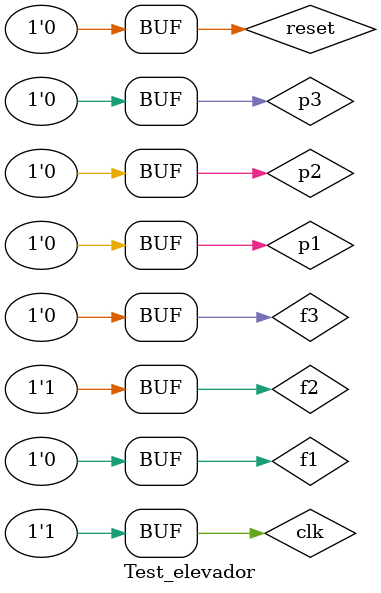
<source format=v>
`timescale 1ns / 1ps


module Test_elevador;

	// Inputs
	reg p1;
	reg p2;
	reg p3;
	reg f1;
	reg f2;
	reg f3;
	reg reset;
	reg clk;

	// Outputs
	wire [6:0] display;
	wire mup;
	wire mdw;

	// Instantiate the Unit Under Test (UUT)
	Elevador_3pisos uut (
		.display(display), 
		.mup(mup), 
		.mdw(mdw), 
		.p1(p1), 
		.p2(p2), 
		.p3(p3), 
		.f1(f1), 
		.f2(f2), 
		.f3(f3), 
		.reset(reset), 
		.clk(clk)
	);

	initial begin
		// Initialize Inputs
		p1 = 0;
		p2 = 0;
		p3 = 0;
		f1 = 1;
		f2 = 0;
		f3 = 0;
		reset = 1;
		#10;
		reset = 0;
		#100;//pulsador 3
		p3 = 1;
		#15;
		p3 = 0;
		f1 = 0;
      #50;
		f2= 1; //pasa por piso 2
		#10;
		f2= 0;
		#50;
		f3= 1;//llega a piso 3
		#100;//pulsador 1
		p1 = 1;
		#15;
		p1 = 0;
		f3 = 0;
		#50;
		f2= 1; //pasa por piso 2
		#10;
		f2= 0;
		#50;
		f1= 1;//llega a piso 1
		#100;//pulsador 2
		p2 = 1;
		#15;
		p2 = 0;
		f1 = 0;
		#100;
		f2= 1;//llega a piso 2
		#100;//pulsador 1
		p1 = 1;
		#15;
		p1 = 0;
		f2 = 0;
		#100;
		f1= 1;//llega a piso 1
		#100;//pulsador 2
		p2 = 1;
		#15;
		p2 = 0;
		f1 = 0;
		#100;
		f2= 1;//llega a piso 2
		#100;//pulsador 3
		p3 = 1;
		#15;
		p3 = 0;
		f2 = 0;
		#100;
		f3= 0;//llega a piso 3
		#100;//pulsador 2
		p2 = 1;
		#15;
		p2 = 0;
		f3 = 0;
		#100;
		f2= 1;//llega a piso 2

	end
      
		
	//simulacion del clock
	   parameter PERIOD = 5;
   always begin
      clk= 1'b0;
      #(PERIOD/2) clk = 1'b1;
      #(PERIOD/2);
   end  
	//fin clock
	
	
endmodule


</source>
